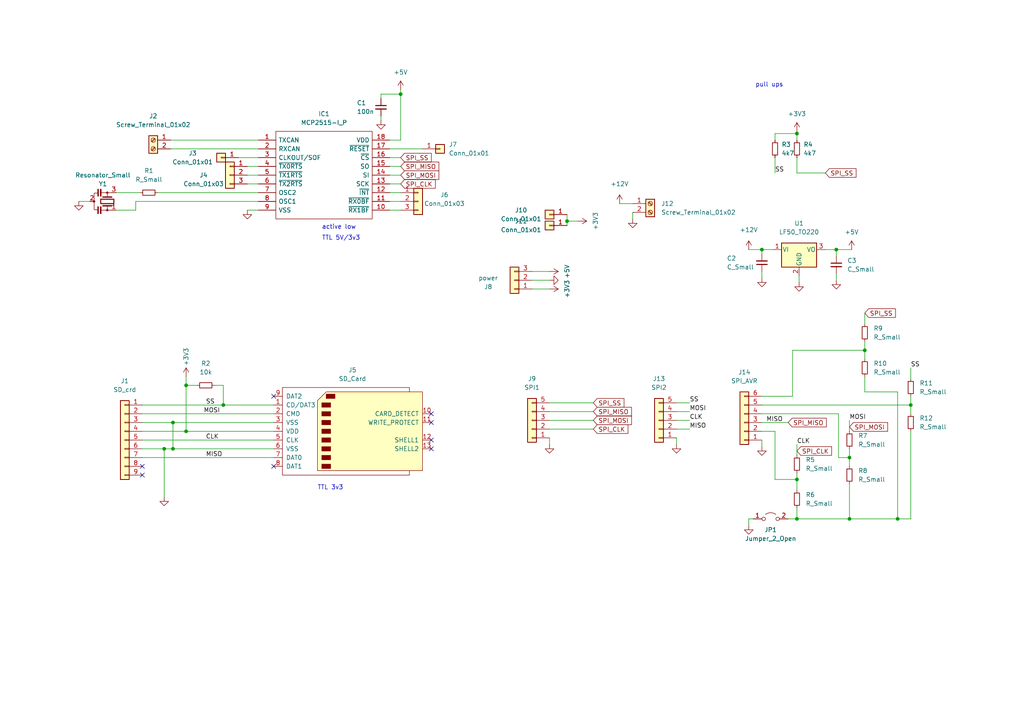
<source format=kicad_sch>
(kicad_sch (version 20211123) (generator eeschema)
  (paper "A4")
  (lib_symbols
    (symbol "Connector:SD_Card" (pin_names (offset 1.016))
      (property "Reference" "J" (at -16.51 13.97 0))
      (property "Value" "SD_Card" (at 15.24 -13.97 0))
      (symbol "SD_Card_0_1"
        (rectangle (start -8.89 -9.525) (end -6.35 -10.795) (fill (type outline)))
        (rectangle (start -8.89 -6.985) (end -6.35 -8.255) (fill (type outline)))
        (rectangle (start -8.89 -4.445) (end -6.35 -5.715) (fill (type outline)))
        (rectangle (start -8.89 -1.905) (end -6.35 -3.175) (fill (type outline)))
        (rectangle (start -8.89 0.635) (end -6.35 -0.635) (fill (type outline)))
        (rectangle (start -8.89 3.175) (end -6.35 1.905) (fill (type outline)))
        (rectangle (start -8.89 5.715) (end -6.35 4.445) (fill (type outline)))
        (rectangle (start -8.89 8.255) (end -6.35 6.985) (fill (type outline)))
        (rectangle (start -7.62 10.795) (end -5.08 9.525) (fill (type outline)))
        (polyline (pts (xy -10.16 8.89) (xy -7.62 11.43) (xy 20.32 11.43) (xy 20.32 -11.43) (xy -10.16 -11.43) (xy -10.16 8.89)) (fill (type background)))
        (polyline (pts (xy 16.51 11.43) (xy 16.51 12.7) (xy -20.32 12.7) (xy -20.32 -12.7) (xy 16.51 -12.7) (xy 16.51 -11.43)))
      )
      (symbol "SD_Card_1_1"
        (pin input line (at -22.86 7.62 0) (length 2.54) (name "CD/DAT3") (number "1"))
        (pin input line (at 22.86 5.08 180) (length 2.54) (name "CARD_DETECT") (number "10"))
        (pin input line (at 22.86 2.54 180) (length 2.54) (name "WRITE_PROTECT") (number "11"))
        (pin input line (at 22.86 -2.54 180) (length 2.54) (name "SHELL1") (number "12"))
        (pin input line (at 22.86 -5.08 180) (length 2.54) (name "SHELL2") (number "13"))
        (pin input line (at -22.86 5.08 0) (length 2.54) (name "CMD") (number "2"))
        (pin power_in line (at -22.86 2.54 0) (length 2.54) (name "VSS") (number "3"))
        (pin power_in line (at -22.86 0 0) (length 2.54) (name "VDD") (number "4"))
        (pin input line (at -22.86 -2.54 0) (length 2.54) (name "CLK") (number "5"))
        (pin power_in line (at -22.86 -5.08 0) (length 2.54) (name "VSS") (number "6"))
        (pin input line (at -22.86 -7.62 0) (length 2.54) (name "DAT0") (number "7"))
        (pin input line (at -22.86 -10.16 0) (length 2.54) (name "DAT1") (number "8"))
        (pin input line (at -22.86 10.16 0) (length 2.54) (name "DAT2") (number "9"))
      )
    )
    (symbol "Connector:Screw_Terminal_01x02" (pin_names (offset 1.016) hide)
      (property "Reference" "J" (at 0 2.54 0))
      (property "Value" "Screw_Terminal_01x02" (at 0 -5.08 0))
      (symbol "Screw_Terminal_01x02_1_1"
        (rectangle (start -1.27 1.27) (end 1.27 -3.81) (stroke (width 0.254)) (fill (type background)))
        (circle (center 0 -2.54) (radius 0.635) (stroke (width 0.1524)))
        (polyline (pts (xy -0.5334 -2.2098) (xy 0.3302 -3.048)) (stroke (width 0.1524)))
        (polyline (pts (xy -0.5334 0.3302) (xy 0.3302 -0.508)) (stroke (width 0.1524)))
        (polyline (pts (xy -0.3556 -2.032) (xy 0.508 -2.8702)) (stroke (width 0.1524)))
        (polyline (pts (xy -0.3556 0.508) (xy 0.508 -0.3302)) (stroke (width 0.1524)))
        (circle (center 0 0) (radius 0.635) (stroke (width 0.1524)))
        (pin passive line (at -5.08 0 0) (length 3.81) (name "Pin_1") (number "1"))
        (pin passive line (at -5.08 -2.54 0) (length 3.81) (name "Pin_2") (number "2"))
      )
    )
    (symbol "Connector_Generic:Conn_01x01" (pin_names (offset 1.016) hide)
      (property "Reference" "J" (at 0 2.54 0))
      (property "Value" "Conn_01x01" (at 0 -2.54 0))
      (symbol "Conn_01x01_1_1"
        (rectangle (start -1.27 0.127) (end 0 -0.127) (stroke (width 0.1524)))
        (rectangle (start -1.27 1.27) (end 1.27 -1.27) (stroke (width 0.254)) (fill (type background)))
        (pin passive line (at -5.08 0 0) (length 3.81) (name "Pin_1") (number "1"))
      )
    )
    (symbol "Connector_Generic:Conn_01x03" (pin_names (offset 1.016) hide)
      (property "Reference" "J" (at 0 5.08 0))
      (property "Value" "Conn_01x03" (at 0 -5.08 0))
      (symbol "Conn_01x03_1_1"
        (rectangle (start -1.27 -2.413) (end 0 -2.667) (stroke (width 0.1524)))
        (rectangle (start -1.27 0.127) (end 0 -0.127) (stroke (width 0.1524)))
        (rectangle (start -1.27 2.667) (end 0 2.413) (stroke (width 0.1524)))
        (rectangle (start -1.27 3.81) (end 1.27 -3.81) (stroke (width 0.254)) (fill (type background)))
        (pin passive line (at -5.08 2.54 0) (length 3.81) (name "Pin_1") (number "1"))
        (pin passive line (at -5.08 0 0) (length 3.81) (name "Pin_2") (number "2"))
        (pin passive line (at -5.08 -2.54 0) (length 3.81) (name "Pin_3") (number "3"))
      )
    )
    (symbol "Connector_Generic:Conn_01x05" (pin_names (offset 1.016) hide)
      (property "Reference" "J" (at 0 7.62 0))
      (property "Value" "Conn_01x05" (at 0 -7.62 0))
      (symbol "Conn_01x05_1_1"
        (rectangle (start -1.27 -4.953) (end 0 -5.207) (stroke (width 0.1524)))
        (rectangle (start -1.27 -2.413) (end 0 -2.667) (stroke (width 0.1524)))
        (rectangle (start -1.27 0.127) (end 0 -0.127) (stroke (width 0.1524)))
        (rectangle (start -1.27 2.667) (end 0 2.413) (stroke (width 0.1524)))
        (rectangle (start -1.27 5.207) (end 0 4.953) (stroke (width 0.1524)))
        (rectangle (start -1.27 6.35) (end 1.27 -6.35) (stroke (width 0.254)) (fill (type background)))
        (pin passive line (at -5.08 5.08 0) (length 3.81) (name "Pin_1") (number "1"))
        (pin passive line (at -5.08 2.54 0) (length 3.81) (name "Pin_2") (number "2"))
        (pin passive line (at -5.08 0 0) (length 3.81) (name "Pin_3") (number "3"))
        (pin passive line (at -5.08 -2.54 0) (length 3.81) (name "Pin_4") (number "4"))
        (pin passive line (at -5.08 -5.08 0) (length 3.81) (name "Pin_5") (number "5"))
      )
    )
    (symbol "Connector_Generic:Conn_01x06" (pin_names (offset 1.016) hide)
      (property "Reference" "J" (at 0 7.62 0))
      (property "Value" "Conn_01x06" (at 0 -10.16 0))
      (symbol "Conn_01x06_1_1"
        (rectangle (start -1.27 -7.493) (end 0 -7.747) (stroke (width 0.1524)))
        (rectangle (start -1.27 -4.953) (end 0 -5.207) (stroke (width 0.1524)))
        (rectangle (start -1.27 -2.413) (end 0 -2.667) (stroke (width 0.1524)))
        (rectangle (start -1.27 0.127) (end 0 -0.127) (stroke (width 0.1524)))
        (rectangle (start -1.27 2.667) (end 0 2.413) (stroke (width 0.1524)))
        (rectangle (start -1.27 5.207) (end 0 4.953) (stroke (width 0.1524)))
        (rectangle (start -1.27 6.35) (end 1.27 -8.89) (stroke (width 0.254)) (fill (type background)))
        (pin passive line (at -5.08 5.08 0) (length 3.81) (name "Pin_1") (number "1"))
        (pin passive line (at -5.08 2.54 0) (length 3.81) (name "Pin_2") (number "2"))
        (pin passive line (at -5.08 0 0) (length 3.81) (name "Pin_3") (number "3"))
        (pin passive line (at -5.08 -2.54 0) (length 3.81) (name "Pin_4") (number "4"))
        (pin passive line (at -5.08 -5.08 0) (length 3.81) (name "Pin_5") (number "5"))
        (pin passive line (at -5.08 -7.62 0) (length 3.81) (name "Pin_6") (number "6"))
      )
    )
    (symbol "Connector_Generic:Conn_01x09" (pin_names (offset 1.016) hide)
      (property "Reference" "J" (at 0 12.7 0))
      (property "Value" "Conn_01x09" (at 0 -12.7 0))
      (symbol "Conn_01x09_1_1"
        (rectangle (start -1.27 -10.033) (end 0 -10.287) (stroke (width 0.1524)))
        (rectangle (start -1.27 -7.493) (end 0 -7.747) (stroke (width 0.1524)))
        (rectangle (start -1.27 -4.953) (end 0 -5.207) (stroke (width 0.1524)))
        (rectangle (start -1.27 -2.413) (end 0 -2.667) (stroke (width 0.1524)))
        (rectangle (start -1.27 0.127) (end 0 -0.127) (stroke (width 0.1524)))
        (rectangle (start -1.27 2.667) (end 0 2.413) (stroke (width 0.1524)))
        (rectangle (start -1.27 5.207) (end 0 4.953) (stroke (width 0.1524)))
        (rectangle (start -1.27 7.747) (end 0 7.493) (stroke (width 0.1524)))
        (rectangle (start -1.27 10.287) (end 0 10.033) (stroke (width 0.1524)))
        (rectangle (start -1.27 11.43) (end 1.27 -11.43) (stroke (width 0.254)) (fill (type background)))
        (pin passive line (at -5.08 10.16 0) (length 3.81) (name "Pin_1") (number "1"))
        (pin passive line (at -5.08 7.62 0) (length 3.81) (name "Pin_2") (number "2"))
        (pin passive line (at -5.08 5.08 0) (length 3.81) (name "Pin_3") (number "3"))
        (pin passive line (at -5.08 2.54 0) (length 3.81) (name "Pin_4") (number "4"))
        (pin passive line (at -5.08 0 0) (length 3.81) (name "Pin_5") (number "5"))
        (pin passive line (at -5.08 -2.54 0) (length 3.81) (name "Pin_6") (number "6"))
        (pin passive line (at -5.08 -5.08 0) (length 3.81) (name "Pin_7") (number "7"))
        (pin passive line (at -5.08 -7.62 0) (length 3.81) (name "Pin_8") (number "8"))
        (pin passive line (at -5.08 -10.16 0) (length 3.81) (name "Pin_9") (number "9"))
      )
    )
    (symbol "Device:C_Small" (pin_numbers hide) (pin_names (offset 0.254) hide)
      (property "Reference" "C" (at 0.254 1.778 0))
      (property "Value" "C_Small" (at 0.254 -2.032 0))
      (symbol "C_Small_0_1"
        (polyline (pts (xy -1.524 -0.508) (xy 1.524 -0.508)) (stroke (width 0.3302)))
        (polyline (pts (xy -1.524 0.508) (xy 1.524 0.508)) (stroke (width 0.3048)))
      )
      (symbol "C_Small_1_1"
        (pin passive line (at 0 2.54 270) (length 2.032) (name "~") (number "1"))
        (pin passive line (at 0 -2.54 90) (length 2.032) (name "~") (number "2"))
      )
    )
    (symbol "Device:R_Small" (pin_numbers hide) (pin_names (offset 0.254) hide)
      (property "Reference" "R" (at 0.762 0.508 0))
      (property "Value" "R_Small" (at 0.762 -1.016 0))
      (symbol "R_Small_0_1"
        (rectangle (start -0.762 1.778) (end 0.762 -1.778) (stroke (width 0.2032)))
      )
      (symbol "R_Small_1_1"
        (pin passive line (at 0 2.54 270) (length 0.762) (name "~") (number "1"))
        (pin passive line (at 0 -2.54 90) (length 0.762) (name "~") (number "2"))
      )
    )
    (symbol "Device:Resonator_Small" (pin_names (offset 1.016) hide)
      (property "Reference" "Y" (at 3.175 1.905 0))
      (property "Value" "Resonator_Small" (at 3.175 0 0))
      (symbol "Resonator_Small_0_1"
        (rectangle (start -3.556 -2.54) (end -1.524 -2.794) (fill (type outline)))
        (rectangle (start -3.556 -1.778) (end -1.524 -2.032) (fill (type outline)))
        (circle (center -2.54 0) (radius 0.254) (fill (type outline)))
        (rectangle (start -0.635 1.905) (end 0.635 -1.905) (stroke (width 0.3048)))
        (circle (center 0 -3.81) (radius 0.254) (fill (type outline)))
        (polyline (pts (xy -2.54 -1.778) (xy -2.54 0)))
        (polyline (pts (xy -2.54 0) (xy -1.397 0)))
        (polyline (pts (xy -2.54 1.27) (xy -2.54 0)))
        (polyline (pts (xy -1.27 -1.27) (xy -1.27 1.27)) (stroke (width 0.381)))
        (polyline (pts (xy 1.27 -1.27) (xy 1.27 1.27)) (stroke (width 0.381)))
        (polyline (pts (xy 1.27 0) (xy 2.54 0)))
        (polyline (pts (xy 2.54 0) (xy 2.54 -1.778)))
        (polyline (pts (xy 2.54 1.27) (xy 2.54 0)))
        (polyline (pts (xy 2.413 -2.794) (xy 2.413 -3.81) (xy -2.413 -3.81) (xy -2.413 -2.667)))
        (rectangle (start 1.524 -2.54) (end 3.556 -2.794) (fill (type outline)))
        (rectangle (start 1.524 -1.778) (end 3.556 -2.032) (fill (type outline)))
        (circle (center 2.54 0) (radius 0.254) (fill (type outline)))
      )
      (symbol "Resonator_Small_1_1"
        (pin passive line (at -2.54 2.54 270) (length 1.27) (name "1") (number "1"))
        (pin passive line (at 0 -5.08 90) (length 1.27) (name "2") (number "2"))
        (pin passive line (at 2.54 2.54 270) (length 1.27) (name "3") (number "3"))
      )
    )
    (symbol "Jumper:Jumper_2_Open" (pin_names (offset 0) hide)
      (property "Reference" "JP" (at 0 2.794 0))
      (property "Value" "Jumper_2_Open" (at 0 -2.286 0))
      (symbol "Jumper_2_Open_0_0"
        (circle (center -2.032 0) (radius 0.508))
        (circle (center 2.032 0) (radius 0.508))
      )
      (symbol "Jumper_2_Open_0_1"
        (arc (start 1.524 1.27) (mid 0 1.778) (end -1.524 1.27))
      )
      (symbol "Jumper_2_Open_1_1"
        (pin passive line (at -5.08 0 0) (length 2.54) (name "A") (number "1"))
        (pin passive line (at 5.08 0 180) (length 2.54) (name "B") (number "2"))
      )
    )
    (symbol "Regulator_Linear:LF50_TO220" (pin_names (offset 0.254))
      (property "Reference" "U" (at -3.81 3.175 0))
      (property "Value" "LF50_TO220" (at 0 3.175 0))
      (symbol "LF50_TO220_0_1"
        (rectangle (start -5.08 1.905) (end 5.08 -5.08) (stroke (width 0.254)) (fill (type background)))
      )
      (symbol "LF50_TO220_1_1"
        (pin power_in line (at -7.62 0 0) (length 2.54) (name "VI") (number "1"))
        (pin power_in line (at 0 -7.62 90) (length 2.54) (name "GND") (number "2"))
        (pin power_out line (at 7.62 0 180) (length 2.54) (name "VO") (number "3"))
      )
    )
    (symbol "SamacSys_Parts:MCP2515-I_P" (pin_names (offset 0.762))
      (property "Reference" "IC" (at 34.29 7.62 0))
      (property "Value" "MCP2515-I_P" (at 34.29 5.08 0))
      (symbol "MCP2515-I_P_0_0"
        (pin passive line (at 0 0 0) (length 5.08) (name "TXCAN") (number "1"))
        (pin passive line (at 38.1 -20.32 180) (length 5.08) (name "~{RX1BF}") (number "10"))
        (pin passive line (at 38.1 -17.78 180) (length 5.08) (name "~{RX0BF}") (number "11"))
        (pin passive line (at 38.1 -15.24 180) (length 5.08) (name "~{INT}") (number "12"))
        (pin passive line (at 38.1 -12.7 180) (length 5.08) (name "SCK") (number "13"))
        (pin passive line (at 38.1 -10.16 180) (length 5.08) (name "SI") (number "14"))
        (pin passive line (at 38.1 -7.62 180) (length 5.08) (name "SO") (number "15"))
        (pin passive line (at 38.1 -5.08 180) (length 5.08) (name "~{CS}") (number "16"))
        (pin passive line (at 38.1 -2.54 180) (length 5.08) (name "~{RESET}") (number "17"))
        (pin passive line (at 38.1 0 180) (length 5.08) (name "VDD") (number "18"))
        (pin passive line (at 0 -2.54 0) (length 5.08) (name "RXCAN") (number "2"))
        (pin passive line (at 0 -5.08 0) (length 5.08) (name "CLKOUT/SOF") (number "3"))
        (pin passive line (at 0 -7.62 0) (length 5.08) (name "~{TX0RTS}") (number "4"))
        (pin passive line (at 0 -10.16 0) (length 5.08) (name "~{TX1RTS}") (number "5"))
        (pin passive line (at 0 -12.7 0) (length 5.08) (name "~{TX2RTS}") (number "6"))
        (pin passive line (at 0 -15.24 0) (length 5.08) (name "OSC2") (number "7"))
        (pin passive line (at 0 -17.78 0) (length 5.08) (name "OSC1") (number "8"))
        (pin passive line (at 0 -20.32 0) (length 5.08) (name "VSS") (number "9"))
      )
      (symbol "MCP2515-I_P_0_1"
        (polyline (pts (xy 5.08 2.54) (xy 33.02 2.54) (xy 33.02 -22.86) (xy 5.08 -22.86) (xy 5.08 2.54)) (stroke (width 0.1524)))
      )
    )
    (symbol "power:+12V" (power) (pin_names (offset 0))
      (property "Value" "+12V" (at 0 3.556 0))
      (symbol "+12V_0_1"
        (polyline (pts (xy -0.762 1.27) (xy 0 2.54)))
        (polyline (pts (xy 0 0) (xy 0 2.54)))
        (polyline (pts (xy 0 2.54) (xy 0.762 1.27)))
      )
      (symbol "+12V_1_1"
        (pin power_in line (at 0 0 90) (length 0) hide (name "+12V") (number "1"))
      )
    )
    (symbol "power:+3V3" (power) (pin_names (offset 0))
      (property "Value" "+3V3" (at 0 3.556 0))
      (symbol "+3V3_0_1"
        (polyline (pts (xy -0.762 1.27) (xy 0 2.54)))
        (polyline (pts (xy 0 0) (xy 0 2.54)))
        (polyline (pts (xy 0 2.54) (xy 0.762 1.27)))
      )
      (symbol "+3V3_1_1"
        (pin power_in line (at 0 0 90) (length 0) hide (name "+3V3") (number "1"))
      )
    )
    (symbol "power:+5V" (power) (pin_names (offset 0))
      (property "Value" "+5V" (at 0 3.556 0))
      (symbol "+5V_0_1"
        (polyline (pts (xy -0.762 1.27) (xy 0 2.54)))
        (polyline (pts (xy 0 0) (xy 0 2.54)))
        (polyline (pts (xy 0 2.54) (xy 0.762 1.27)))
      )
      (symbol "+5V_1_1"
        (pin power_in line (at 0 0 90) (length 0) hide (name "+5V") (number "1"))
      )
    )
    (symbol "power:GND" (power) (pin_names (offset 0))
      (property "Value" "GND" (at 0 -3.81 0))
      (symbol "GND_0_1"
        (polyline (pts (xy 0 0) (xy 0 -1.27) (xy 1.27 -1.27) (xy 0 -2.54) (xy -1.27 -1.27) (xy 0 -1.27)))
      )
      (symbol "GND_1_1"
        (pin power_in line (at 0 0 270) (length 0) hide (name "GND") (number "1"))
      )
    )
  )
  (junction (at 50.165 122.555))
  (junction (at 264.16 117.475))
  (junction (at 231.14 38.735))
  (junction (at 64.77 117.475))
  (junction (at 246.38 150.495))
  (junction (at 242.57 72.39))
  (junction (at 164.465 64.135))
  (junction (at 250.825 101.6))
  (junction (at 231.14 139.065))
  (junction (at 220.98 72.39))
  (junction (at 53.975 111.76))
  (junction (at 53.975 125.095))
  (junction (at 260.35 150.495))
  (junction (at 231.14 150.495))
  (junction (at 246.38 132.715))
  (junction (at 50.165 130.175))
  (junction (at 116.205 27.305))
  (junction (at 47.625 130.175))
  (no_connect (at 41.275 135.255))
  (no_connect (at 79.375 114.935))
  (no_connect (at 125.095 120.015))
  (no_connect (at 125.095 122.555))
  (no_connect (at 125.095 127.635))
  (no_connect (at 125.095 130.175))
  (no_connect (at 41.275 137.795))
  (no_connect (at 79.375 135.255))
  (wire (pts (xy 242.57 72.39) (xy 247.015 72.39)))
  (wire (pts (xy 179.705 59.055) (xy 183.515 59.055)))
  (wire (pts (xy 250.825 113.665) (xy 260.35 113.665)))
  (wire (pts (xy 154.305 83.82) (xy 159.385 83.82)))
  (wire (pts (xy 260.35 113.665) (xy 260.35 150.495)))
  (wire (pts (xy 231.14 38.1) (xy 231.14 38.735)))
  (wire (pts (xy 49.53 43.18) (xy 74.93 43.18)))
  (wire (pts (xy 159.385 127) (xy 159.385 128.905)))
  (wire (pts (xy 231.14 128.905) (xy 231.14 132.08)))
  (wire (pts (xy 217.17 150.495) (xy 218.44 150.495)))
  (wire (pts (xy 49.53 40.64) (xy 74.93 40.64)))
  (wire (pts (xy 71.755 53.34) (xy 74.93 53.34)))
  (wire (pts (xy 64.77 117.475) (xy 79.375 117.475)))
  (wire (pts (xy 41.275 127.635) (xy 79.375 127.635)))
  (wire (pts (xy 159.385 124.46) (xy 172.085 124.46)))
  (wire (pts (xy 69.215 45.72) (xy 74.93 45.72)))
  (wire (pts (xy 220.98 114.935) (xy 229.87 114.935)))
  (wire (pts (xy 260.35 150.495) (xy 264.16 150.495)))
  (wire (pts (xy 33.655 55.88) (xy 40.64 55.88)))
  (wire (pts (xy 50.165 122.555) (xy 79.375 122.555)))
  (wire (pts (xy 116.205 27.305) (xy 116.205 40.64)))
  (wire (pts (xy 196.215 116.84) (xy 200.025 116.84)))
  (wire (pts (xy 224.79 125.095) (xy 224.79 139.065)))
  (wire (pts (xy 220.98 72.39) (xy 224.155 72.39)))
  (wire (pts (xy 250.825 99.06) (xy 250.825 101.6)))
  (wire (pts (xy 33.655 60.96) (xy 39.37 60.96)))
  (wire (pts (xy 229.87 114.935) (xy 229.87 101.6)))
  (wire (pts (xy 239.395 72.39) (xy 242.57 72.39)))
  (wire (pts (xy 159.385 119.38) (xy 172.085 119.38)))
  (wire (pts (xy 231.14 38.735) (xy 224.79 38.735)))
  (wire (pts (xy 231.14 147.32) (xy 231.14 150.495)))
  (wire (pts (xy 264.16 106.68) (xy 264.16 109.855)))
  (wire (pts (xy 246.38 150.495) (xy 260.35 150.495)))
  (wire (pts (xy 217.17 72.39) (xy 220.98 72.39)))
  (wire (pts (xy 113.03 48.26) (xy 116.205 48.26)))
  (wire (pts (xy 71.755 60.96) (xy 74.93 60.96)))
  (wire (pts (xy 39.37 60.96) (xy 39.37 58.42)))
  (wire (pts (xy 220.98 78.74) (xy 220.98 80.645)))
  (wire (pts (xy 154.305 81.28) (xy 159.385 81.28)))
  (wire (pts (xy 196.215 124.46) (xy 200.025 124.46)))
  (wire (pts (xy 71.755 50.8) (xy 74.93 50.8)))
  (wire (pts (xy 220.98 127.635) (xy 220.98 129.54)))
  (wire (pts (xy 231.14 38.735) (xy 231.14 40.64)))
  (wire (pts (xy 246.38 130.175) (xy 246.38 132.715)))
  (wire (pts (xy 41.275 130.175) (xy 47.625 130.175)))
  (wire (pts (xy 220.98 72.39) (xy 220.98 73.66)))
  (wire (pts (xy 116.205 26.035) (xy 116.205 27.305)))
  (wire (pts (xy 250.825 101.6) (xy 250.825 104.14)))
  (wire (pts (xy 231.14 45.72) (xy 231.14 50.165)))
  (wire (pts (xy 228.6 150.495) (xy 231.14 150.495)))
  (wire (pts (xy 110.49 27.305) (xy 116.205 27.305)))
  (wire (pts (xy 110.49 28.575) (xy 110.49 27.305)))
  (wire (pts (xy 231.14 137.16) (xy 231.14 139.065)))
  (wire (pts (xy 41.275 125.095) (xy 53.975 125.095)))
  (wire (pts (xy 113.03 55.88) (xy 116.205 55.88)))
  (wire (pts (xy 229.87 101.6) (xy 250.825 101.6)))
  (wire (pts (xy 159.385 121.92) (xy 172.085 121.92)))
  (wire (pts (xy 246.38 121.92) (xy 246.38 125.095)))
  (wire (pts (xy 164.465 64.135) (xy 167.64 64.135)))
  (wire (pts (xy 243.205 132.715) (xy 246.38 132.715)))
  (wire (pts (xy 196.215 119.38) (xy 200.025 119.38)))
  (wire (pts (xy 231.14 50.165) (xy 239.395 50.165)))
  (wire (pts (xy 45.72 55.88) (xy 74.93 55.88)))
  (wire (pts (xy 224.79 45.72) (xy 224.79 50.165)))
  (wire (pts (xy 47.625 130.175) (xy 47.625 144.145)))
  (wire (pts (xy 53.975 111.76) (xy 53.975 125.095)))
  (wire (pts (xy 242.57 72.39) (xy 242.57 74.295)))
  (wire (pts (xy 47.625 130.175) (xy 50.165 130.175)))
  (wire (pts (xy 41.275 120.015) (xy 79.375 120.015)))
  (wire (pts (xy 246.38 132.715) (xy 246.38 135.255)))
  (wire (pts (xy 113.03 45.72) (xy 116.205 45.72)))
  (wire (pts (xy 264.16 114.935) (xy 264.16 117.475)))
  (wire (pts (xy 231.775 80.01) (xy 231.775 81.915)))
  (wire (pts (xy 64.77 111.76) (xy 64.77 117.475)))
  (wire (pts (xy 220.98 122.555) (xy 228.6 122.555)))
  (wire (pts (xy 113.03 43.18) (xy 122.555 43.18)))
  (wire (pts (xy 41.275 132.715) (xy 79.375 132.715)))
  (wire (pts (xy 250.825 109.22) (xy 250.825 113.665)))
  (wire (pts (xy 41.275 117.475) (xy 64.77 117.475)))
  (wire (pts (xy 154.305 78.74) (xy 159.385 78.74)))
  (wire (pts (xy 231.14 150.495) (xy 246.38 150.495)))
  (wire (pts (xy 250.825 90.805) (xy 250.825 93.98)))
  (wire (pts (xy 231.14 139.065) (xy 231.14 142.24)))
  (wire (pts (xy 71.755 48.26) (xy 74.93 48.26)))
  (wire (pts (xy 159.385 116.84) (xy 172.085 116.84)))
  (wire (pts (xy 224.79 139.065) (xy 231.14 139.065)))
  (wire (pts (xy 39.37 58.42) (xy 74.93 58.42)))
  (wire (pts (xy 264.16 125.095) (xy 264.16 150.495)))
  (wire (pts (xy 220.98 120.015) (xy 243.205 120.015)))
  (wire (pts (xy 62.23 111.76) (xy 64.77 111.76)))
  (wire (pts (xy 220.98 125.095) (xy 224.79 125.095)))
  (wire (pts (xy 113.03 60.96) (xy 116.205 60.96)))
  (wire (pts (xy 53.975 111.76) (xy 57.15 111.76)))
  (wire (pts (xy 113.03 50.8) (xy 116.205 50.8)))
  (wire (pts (xy 196.215 121.92) (xy 200.025 121.92)))
  (wire (pts (xy 113.03 58.42) (xy 116.205 58.42)))
  (wire (pts (xy 196.215 127) (xy 196.215 128.905)))
  (wire (pts (xy 113.03 40.64) (xy 116.205 40.64)))
  (wire (pts (xy 220.98 117.475) (xy 264.16 117.475)))
  (wire (pts (xy 41.275 122.555) (xy 50.165 122.555)))
  (wire (pts (xy 110.49 34.925) (xy 110.49 33.655)))
  (wire (pts (xy 242.57 79.375) (xy 242.57 81.28)))
  (wire (pts (xy 224.79 38.735) (xy 224.79 40.64)))
  (wire (pts (xy 53.975 125.095) (xy 79.375 125.095)))
  (wire (pts (xy 264.16 117.475) (xy 264.16 120.015)))
  (wire (pts (xy 246.38 140.335) (xy 246.38 150.495)))
  (wire (pts (xy 164.465 64.135) (xy 164.465 65.405)))
  (wire (pts (xy 164.465 62.23) (xy 164.465 64.135)))
  (wire (pts (xy 50.165 130.175) (xy 79.375 130.175)))
  (wire (pts (xy 22.86 58.42) (xy 26.035 58.42)))
  (wire (pts (xy 113.03 53.34) (xy 116.205 53.34)))
  (wire (pts (xy 217.17 152.4) (xy 217.17 150.495)))
  (wire (pts (xy 243.205 120.015) (xy 243.205 132.715)))
  (wire (pts (xy 50.165 122.555) (xy 50.165 130.175)))
  (wire (pts (xy 183.515 61.595) (xy 183.515 63.5)))
  (wire (pts (xy 53.975 109.22) (xy 53.975 111.76)))
  (text "TTL 5V/3v3" (at 93.345 69.85 0) (effects (font (size 1.27 1.27)) (justify left bottom)))
  (text "active low" (at 93.345 66.675 0) (effects (font (size 1.27 1.27)) (justify left bottom)))
  (text "pull ups" (at 219.075 25.4 0) (effects (font (size 1.27 1.27)) (justify left bottom)))
  (text "TTL 3v3" (at 92.075 142.24 0) (effects (font (size 1.27 1.27)) (justify left bottom)))
  (label "MISO" (at 200.025 124.46 0))
  (label "SS" (at 59.69 117.475 0))
  (label "CLK" (at 200.025 121.92 0))
  (label "CLK" (at 59.69 127.635 0))
  (label "SS" (at 200.025 116.84 0))
  (label "SS" (at 224.79 50.165 0))
  (label "MISO" (at 59.69 132.715 0))
  (label "CLK" (at 231.14 128.905 0))
  (label "MISO" (at 222.25 122.555 0))
  (label "MOSI" (at 246.38 121.92 0))
  (label "MOSI" (at 200.025 119.38 0))
  (label "MOSI" (at 59.055 120.015 0))
  (label "SS" (at 264.16 106.68 0))
  (global_label "SPI_MOSI" (shape input) (at 116.205 50.8 0) (property "Intersheet References" "${INTERSHEET_REFS}" (effects hide)))
  (global_label "SPI_MISO" (shape input) (at 228.6 122.555 0) (property "Intersheet References" "${INTERSHEET_REFS}" (effects hide)))
  (global_label "SPI_SS" (shape input) (at 239.395 50.165 0) (property "Intersheet References" "${INTERSHEET_REFS}" (effects hide)))
  (global_label "SPI_CLK" (shape input) (at 116.205 53.34 0) (property "Intersheet References" "${INTERSHEET_REFS}" (effects hide)))
  (global_label "SPI_CLK" (shape input) (at 231.14 130.81 0) (property "Intersheet References" "${INTERSHEET_REFS}" (effects hide)))
  (global_label "SPI_SS" (shape input) (at 172.085 116.84 0) (property "Intersheet References" "${INTERSHEET_REFS}" (effects hide)))
  (global_label "SPI_SS" (shape input) (at 250.825 90.805 0) (property "Intersheet References" "${INTERSHEET_REFS}" (effects hide)))
  (global_label "SPI_MISO" (shape input) (at 172.085 119.38 0) (property "Intersheet References" "${INTERSHEET_REFS}" (effects hide)))
  (global_label "SPI_MOSI" (shape input) (at 172.085 121.92 0) (property "Intersheet References" "${INTERSHEET_REFS}" (effects hide)))
  (global_label "SPI_MOSI" (shape input) (at 246.38 123.825 0) (property "Intersheet References" "${INTERSHEET_REFS}" (effects hide)))
  (global_label "SPI_SS" (shape input) (at 116.205 45.72 0) (property "Intersheet References" "${INTERSHEET_REFS}" (effects hide)))
  (global_label "SPI_CLK" (shape input) (at 172.085 124.46 0) (property "Intersheet References" "${INTERSHEET_REFS}" (effects hide)))
  (global_label "SPI_MISO" (shape input) (at 116.205 48.26 0) (property "Intersheet References" "${INTERSHEET_REFS}" (effects hide)))
  (symbol (lib_id "Connector_Generic:Conn_01x01") (at 64.135 45.72 180) (unit 1)
    (property "Reference" "J3" (at 55.88 44.45 0))
    (property "Value" "Conn_01x01" (at 55.88 46.99 0))
    (property "Footprint" "Connector_PinHeader_2.54mm:PinHeader_1x01_P2.54mm_Vertical" (effects hide))
  )
  (symbol (lib_id "Device:C_Small") (at 242.57 76.835 0) (unit 1)
    (property "Reference" "C3" (at 245.745 75.5712 0) (effects (justify left)))
    (property "Value" "C_Small" (at 245.745 78.1112 0) (effects (justify left)))
    (property "Footprint" "Capacitor_THT:C_Disc_D4.3mm_W1.9mm_P5.00mm" (effects hide))
  )
  (symbol (lib_id "Jumper:Jumper_2_Open") (at 223.52 150.495 0) (unit 1)
    (property "Reference" "JP1" (at 223.52 153.67 0))
    (property "Value" "Jumper_2_Open" (at 223.52 156.21 0))
    (property "Footprint" "Connector_PinHeader_2.54mm:PinHeader_1x02_P2.54mm_Vertical" (effects hide))
  )
  (symbol (lib_id "power:+3V3") (at 167.64 64.135 270) (unit 1)
    (property "Reference" "#PWR011" (effects hide))
    (property "Value" "+3V3" (at 172.72 64.135 0))
  )
  (symbol (lib_id "Device:R_Small") (at 224.79 43.18 0) (unit 1)
    (property "Reference" "R3" (at 226.695 41.9099 0) (effects (justify left)))
    (property "Value" "4k7" (at 226.695 44.4499 0) (effects (justify left)))
    (property "Footprint" "Resistor_THT:R_Axial_DIN0204_L3.6mm_D1.6mm_P5.08mm_Horizontal" (effects hide))
  )
  (symbol (lib_id "power:GND") (at 183.515 63.5 0) (unit 1)
    (property "Reference" "#PWR013" (effects hide))
    (property "Value" "GND" (effects hide))
  )
  (symbol (lib_id "power:GND") (at 217.17 152.4 0) (unit 1)
    (property "Reference" "#PWR016" (effects hide))
    (property "Value" "GND" (effects hide))
  )
  (symbol (lib_id "power:+3V3") (at 231.14 38.1 0) (unit 1)
    (property "Reference" "#PWR019" (effects hide))
    (property "Value" "+3V3" (at 231.14 33.02 0))
  )
  (symbol (lib_id "Device:R_Small") (at 43.18 55.88 90) (unit 1)
    (property "Reference" "R1" (at 43.18 49.53 90))
    (property "Value" "R_Small" (at 43.18 52.07 90))
    (property "Footprint" "Resistor_THT:R_Axial_DIN0204_L3.6mm_D1.6mm_P5.08mm_Horizontal" (effects hide))
  )
  (symbol (lib_id "Device:R_Small") (at 250.825 96.52 180) (unit 1)
    (property "Reference" "R9" (at 253.365 95.2499 0) (effects (justify right)))
    (property "Value" "R_Small" (at 253.365 97.7899 0) (effects (justify right)))
    (property "Footprint" "Resistor_THT:R_Axial_DIN0204_L3.6mm_D1.6mm_P5.08mm_Horizontal" (effects hide))
  )
  (symbol (lib_id "Connector_Generic:Conn_01x06") (at 215.9 122.555 180) (unit 1)
    (property "Reference" "J14" (at 215.9 107.95 0))
    (property "Value" "SPI_AVR" (at 215.9 110.49 0))
    (property "Footprint" "Connector_PinHeader_2.54mm:PinHeader_1x06_P2.54mm_Vertical" (effects hide))
  )
  (symbol (lib_id "Device:R_Small") (at 250.825 106.68 180) (unit 1)
    (property "Reference" "R10" (at 253.365 105.4099 0) (effects (justify right)))
    (property "Value" "R_Small" (at 253.365 107.9499 0) (effects (justify right)))
    (property "Footprint" "Resistor_THT:R_Axial_DIN0204_L3.6mm_D1.6mm_P5.08mm_Horizontal" (effects hide))
  )
  (symbol (lib_id "Connector_Generic:Conn_01x01") (at 159.385 65.405 180) (unit 1)
    (property "Reference" "J11" (at 151.13 64.135 0))
    (property "Value" "Conn_01x01" (at 151.13 66.675 0))
    (property "Footprint" "Connector_PinHeader_2.54mm:PinHeader_1x01_P2.54mm_Vertical" (effects hide))
  )
  (symbol (lib_id "Connector_Generic:Conn_01x05") (at 154.305 121.92 180) (unit 1)
    (property "Reference" "J9" (at 154.305 109.855 0))
    (property "Value" "SPI1" (at 154.305 112.395 0))
    (property "Footprint" "Connector_PinHeader_2.54mm:PinHeader_1x05_P2.54mm_Vertical" (effects hide))
  )
  (symbol (lib_id "Connector:Screw_Terminal_01x02") (at 44.45 40.64 0) (mirror y) (unit 1)
    (property "Reference" "J2" (at 44.45 33.655 0))
    (property "Value" "Screw_Terminal_01x02" (at 44.45 36.195 0))
    (property "Footprint" "TerminalBlock:TerminalBlock_Altech_AK300-2_P5.00mm" (effects hide))
  )
  (symbol (lib_id "power:+5V") (at 159.385 78.74 270) (unit 1)
    (property "Reference" "#PWR07" (effects hide))
    (property "Value" "+5V" (at 164.465 78.74 0))
  )
  (symbol (lib_id "power:GND") (at 242.57 81.28 0) (unit 1)
    (property "Reference" "#PWR021" (effects hide))
    (property "Value" "GND" (effects hide))
  )
  (symbol (lib_id "power:GND") (at 22.86 58.42 0) (unit 1)
    (property "Reference" "#PWR01" (effects hide))
    (property "Value" "GND" (effects hide))
  )
  (symbol (lib_id "power:+5V") (at 116.205 26.035 0) (unit 1)
    (property "Reference" "#PWR06" (effects hide))
    (property "Value" "+5V" (at 116.205 20.955 0))
  )
  (symbol (lib_id "SamacSys_Parts:MCP2515-I_P") (at 74.93 40.64 0) (unit 1)
    (property "Reference" "IC1" (at 93.98 33.02 0))
    (property "Value" "MCP2515-I_P" (at 93.98 35.56 0))
    (property "Footprint" "Package_DIP:DIP-18_W7.62mm_LongPads" (effects hide))
    (property "Datasheet" "http://componentsearchengine.com/Datasheets/3/MCP2515-I_P.pdf" (effects hide))
    (property "Description" "Stand-Alone CAN Controller" (effects hide))
    (property "Height" "5.334" (effects hide))
    (property "Mouser Part Number" "579-MCP2515-I/P" (effects hide))
    (property "Mouser Price/Stock" "https://www.mouser.co.uk/ProductDetail/Microchip-Technology/MCP2515-I-P?qs=hklUZQQMghMXVOd4j8inGA%3D%3D" (effects hide))
    (property "Manufacturer_Name" "Microchip" (effects hide))
    (property "Manufacturer_Part_Number" "MCP2515-I/P" (effects hide))
  )
  (symbol (lib_id "Regulator_Linear:LF50_TO220") (at 231.775 72.39 0) (unit 1)
    (property "Reference" "U1" (at 231.775 64.77 0))
    (property "Value" "LF50_TO220" (at 231.775 67.31 0))
    (property "Footprint" "Package_TO_SOT_THT:TO-220-3_Horizontal_TabDown" (effects hide))
    (property "Datasheet" "http://www.st.com/content/ccc/resource/technical/document/datasheet/c4/0e/7e/2a/be/bc/4c/bd/CD00000546.pdf/files/CD00000546.pdf/jcr:content/translations/en.CD00000546.pdf" (effects hide))
  )
  (symbol (lib_id "Device:R_Small") (at 264.16 112.395 180) (unit 1)
    (property "Reference" "R11" (at 266.7 111.1249 0) (effects (justify right)))
    (property "Value" "R_Small" (at 266.7 113.6649 0) (effects (justify right)))
    (property "Footprint" "Resistor_THT:R_Axial_DIN0204_L3.6mm_D1.6mm_P5.08mm_Horizontal" (effects hide))
  )
  (symbol (lib_id "Device:C_Small") (at 220.98 76.2 180) (unit 1)
    (property "Reference" "C2" (at 210.82 74.93 0) (effects (justify right)))
    (property "Value" "C_Small" (at 210.82 77.47 0) (effects (justify right)))
    (property "Footprint" "Capacitor_THT:C_Disc_D4.3mm_W1.9mm_P5.00mm" (effects hide))
  )
  (symbol (lib_id "power:+12V") (at 217.17 72.39 0) (unit 1)
    (property "Reference" "#PWR015" (effects hide))
    (property "Value" "+12V" (at 217.17 66.675 0))
  )
  (symbol (lib_id "power:GND") (at 159.385 128.905 0) (unit 1)
    (property "Reference" "#PWR010" (effects hide))
    (property "Value" "GND" (effects hide))
  )
  (symbol (lib_id "power:+3V3") (at 159.385 83.82 270) (unit 1)
    (property "Reference" "#PWR09" (effects hide))
    (property "Value" "+3V3" (at 164.465 83.82 0))
  )
  (symbol (lib_id "Device:R_Small") (at 59.69 111.76 90) (unit 1)
    (property "Reference" "R2" (at 59.69 105.41 90))
    (property "Value" "10k" (at 59.69 107.95 90))
    (property "Footprint" "Resistor_THT:R_Axial_DIN0204_L3.6mm_D1.6mm_P5.08mm_Horizontal" (effects hide))
  )
  (symbol (lib_id "power:GND") (at 196.215 128.905 0) (unit 1)
    (property "Reference" "#PWR014" (effects hide))
    (property "Value" "GND" (effects hide))
  )
  (symbol (lib_id "power:GND") (at 220.98 129.54 0) (unit 1)
    (property "Reference" "#PWR018" (effects hide))
    (property "Value" "GND" (effects hide))
  )
  (symbol (lib_id "Connector_Generic:Conn_01x01") (at 159.385 62.23 180) (unit 1)
    (property "Reference" "J10" (at 151.13 60.96 0))
    (property "Value" "Conn_01x01" (at 151.13 63.5 0))
    (property "Footprint" "Connector_PinHeader_2.54mm:PinHeader_1x01_P2.54mm_Vertical" (effects hide))
  )
  (symbol (lib_id "Connector:Screw_Terminal_01x02") (at 188.595 59.055 0) (unit 1)
    (property "Reference" "J12" (at 191.77 59.0549 0) (effects (justify left)))
    (property "Value" "Screw_Terminal_01x02" (at 191.77 61.5949 0) (effects (justify left)))
    (property "Footprint" "TerminalBlock:TerminalBlock_Altech_AK300-2_P5.00mm" (effects hide))
  )
  (symbol (lib_id "Device:R_Small") (at 231.14 144.78 180) (unit 1)
    (property "Reference" "R6" (at 233.68 143.5099 0) (effects (justify right)))
    (property "Value" "R_Small" (at 233.68 146.0499 0) (effects (justify right)))
    (property "Footprint" "Resistor_THT:R_Axial_DIN0204_L3.6mm_D1.6mm_P5.08mm_Horizontal" (effects hide))
  )
  (symbol (lib_id "Device:R_Small") (at 231.14 134.62 180) (unit 1)
    (property "Reference" "R5" (at 233.68 133.3499 0) (effects (justify right)))
    (property "Value" "R_Small" (at 233.68 135.8899 0) (effects (justify right)))
    (property "Footprint" "Resistor_THT:R_Axial_DIN0204_L3.6mm_D1.6mm_P5.08mm_Horizontal" (effects hide))
  )
  (symbol (lib_id "Connector_Generic:Conn_01x05") (at 191.135 121.92 180) (unit 1)
    (property "Reference" "J13" (at 191.135 109.855 0))
    (property "Value" "SPI2" (at 191.135 112.395 0))
    (property "Footprint" "Connector_PinHeader_2.54mm:PinHeader_1x05_P2.54mm_Vertical" (effects hide))
  )
  (symbol (lib_id "Connector_Generic:Conn_01x03") (at 66.675 50.8 0) (mirror y) (unit 1)
    (property "Reference" "J4" (at 59.055 50.8 0))
    (property "Value" "Conn_01x03" (at 59.055 53.34 0))
    (property "Footprint" "Connector_PinHeader_2.54mm:PinHeader_1x03_P2.54mm_Vertical" (effects hide))
  )
  (symbol (lib_id "Connector:SD_Card") (at 102.235 125.095 0) (unit 1)
    (property "Reference" "J5" (at 102.235 107.315 0))
    (property "Value" "SD_Card" (at 102.235 109.855 0))
    (property "Datasheet" "http://portal.fciconnect.com/Comergent//fci/drawing/10067847.pdf" (effects hide))
  )
  (symbol (lib_id "power:+5V") (at 247.015 72.39 0) (unit 1)
    (property "Reference" "#PWR022" (effects hide))
    (property "Value" "+5V" (at 247.015 67.31 0))
  )
  (symbol (lib_id "Connector_Generic:Conn_01x03") (at 149.225 81.28 180) (unit 1)
    (property "Reference" "J8" (at 141.605 83.185 0))
    (property "Value" "power" (at 141.605 80.645 0))
    (property "Footprint" "Connector_PinHeader_2.54mm:PinHeader_1x03_P2.54mm_Vertical" (effects hide))
  )
  (symbol (lib_id "power:GND") (at 159.385 81.28 90) (unit 1)
    (property "Reference" "#PWR08" (effects hide))
    (property "Value" "GND" (effects hide))
  )
  (symbol (lib_id "Device:R_Small") (at 264.16 122.555 180) (unit 1)
    (property "Reference" "R12" (at 266.7 121.2849 0) (effects (justify right)))
    (property "Value" "R_Small" (at 266.7 123.8249 0) (effects (justify right)))
    (property "Footprint" "Resistor_THT:R_Axial_DIN0204_L3.6mm_D1.6mm_P5.08mm_Horizontal" (effects hide))
  )
  (symbol (lib_id "Device:Resonator_Small") (at 31.115 58.42 270) (mirror x) (unit 1)
    (property "Reference" "Y1" (at 29.845 53.34 90))
    (property "Value" "Resonator_Small" (at 29.845 50.8 90))
    (property "Footprint" "Crystal:Resonator_Murata_CSTLSxxxG-3Pin_W8.0mm_H3.0mm" (effects hide))
  )
  (symbol (lib_id "power:GND") (at 110.49 34.925 0) (unit 1)
    (property "Reference" "#PWR05" (effects hide))
    (property "Value" "GND" (effects hide))
  )
  (symbol (lib_id "power:GND") (at 231.775 81.915 0) (unit 1)
    (property "Reference" "#PWR020" (effects hide))
    (property "Value" "GND" (effects hide))
  )
  (symbol (lib_id "Connector_Generic:Conn_01x01") (at 127.635 43.18 0) (unit 1)
    (property "Reference" "J7" (at 130.175 41.9099 0) (effects (justify left)))
    (property "Value" "Conn_01x01" (at 130.175 44.4499 0) (effects (justify left)))
    (property "Footprint" "Connector_PinHeader_2.54mm:PinHeader_1x01_P2.54mm_Vertical" (effects hide))
  )
  (symbol (lib_id "Device:C_Small") (at 110.49 31.115 0) (unit 1)
    (property "Reference" "C1" (at 103.505 29.845 0) (effects (justify left)))
    (property "Value" "100n" (at 103.505 32.385 0) (effects (justify left)))
    (property "Footprint" "Capacitor_THT:C_Disc_D4.7mm_W2.5mm_P5.00mm" (effects hide))
  )
  (symbol (lib_id "power:GND") (at 220.98 80.645 0) (unit 1)
    (property "Reference" "#PWR017" (effects hide))
    (property "Value" "GND" (effects hide))
  )
  (symbol (lib_id "Device:R_Small") (at 246.38 137.795 180) (unit 1)
    (property "Reference" "R8" (at 248.92 136.5249 0) (effects (justify right)))
    (property "Value" "R_Small" (at 248.92 139.0649 0) (effects (justify right)))
    (property "Footprint" "Resistor_THT:R_Axial_DIN0204_L3.6mm_D1.6mm_P5.08mm_Horizontal" (effects hide))
  )
  (symbol (lib_id "power:GND") (at 47.625 144.145 0) (unit 1)
    (property "Reference" "#PWR02" (effects hide))
    (property "Value" "GND" (effects hide))
  )
  (symbol (lib_id "Connector_Generic:Conn_01x09") (at 36.195 127.635 0) (mirror y) (unit 1)
    (property "Reference" "J1" (at 36.195 110.49 0))
    (property "Value" "SD_crd" (at 36.195 113.03 0))
    (property "Footprint" "Connector_PinHeader_2.54mm:PinHeader_1x07_P2.54mm_Vertical" (effects hide))
  )
  (symbol (lib_id "Device:R_Small") (at 231.14 43.18 0) (unit 1)
    (property "Reference" "R4" (at 233.045 41.9099 0) (effects (justify left)))
    (property "Value" "4k7" (at 233.045 44.4499 0) (effects (justify left)))
    (property "Footprint" "Resistor_THT:R_Axial_DIN0204_L3.6mm_D1.6mm_P5.08mm_Horizontal" (effects hide))
  )
  (symbol (lib_id "power:+12V") (at 179.705 59.055 0) (unit 1)
    (property "Reference" "#PWR012" (effects hide))
    (property "Value" "+12V" (at 179.705 53.34 0))
  )
  (symbol (lib_id "Device:R_Small") (at 246.38 127.635 180) (unit 1)
    (property "Reference" "R7" (at 248.92 126.3649 0) (effects (justify right)))
    (property "Value" "R_Small" (at 248.92 128.9049 0) (effects (justify right)))
    (property "Footprint" "Resistor_THT:R_Axial_DIN0204_L3.6mm_D1.6mm_P5.08mm_Horizontal" (effects hide))
  )
  (symbol (lib_id "power:+3V3") (at 53.975 109.22 0) (unit 1)
    (property "Reference" "#PWR03" (effects hide))
    (property "Value" "+3V3" (at 53.975 103.505 90))
  )
  (symbol (lib_id "Connector_Generic:Conn_01x03") (at 121.285 58.42 0) (unit 1)
    (property "Reference" "J6" (at 128.905 56.515 0))
    (property "Value" "Conn_01x03" (at 128.905 59.055 0))
    (property "Footprint" "Connector_PinHeader_2.54mm:PinHeader_1x03_P2.54mm_Vertical" (effects hide))
  )
  (symbol (lib_id "power:GND") (at 71.755 60.96 0) (unit 1)
    (property "Reference" "#PWR04" (effects hide))
    (property "Value" "GND" (effects hide))
  )
)
</source>
